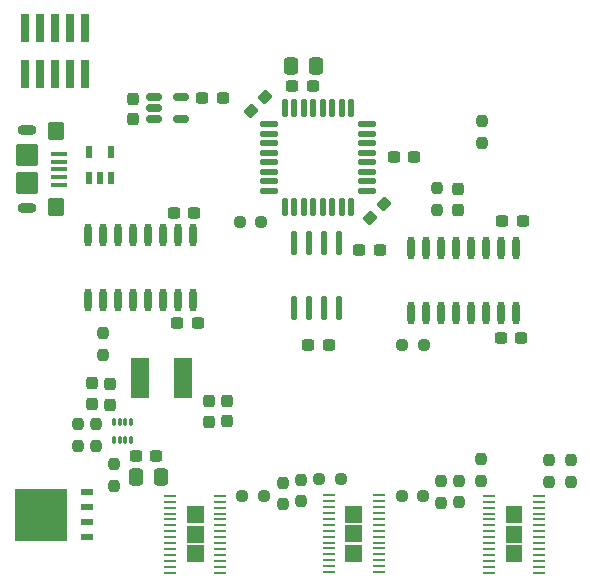
<source format=gbr>
%TF.GenerationSoftware,KiCad,Pcbnew,9.0.6*%
%TF.CreationDate,2025-11-11T12:39:31+02:00*%
%TF.ProjectId,picr_1_9tdi,70696372-5f31-45f3-9974-64692e6b6963,1*%
%TF.SameCoordinates,Original*%
%TF.FileFunction,Paste,Top*%
%TF.FilePolarity,Positive*%
%FSLAX46Y46*%
G04 Gerber Fmt 4.6, Leading zero omitted, Abs format (unit mm)*
G04 Created by KiCad (PCBNEW 9.0.6) date 2025-11-11 12:39:31*
%MOMM*%
%LPD*%
G01*
G04 APERTURE LIST*
G04 Aperture macros list*
%AMRoundRect*
0 Rectangle with rounded corners*
0 $1 Rounding radius*
0 $2 $3 $4 $5 $6 $7 $8 $9 X,Y pos of 4 corners*
0 Add a 4 corners polygon primitive as box body*
4,1,4,$2,$3,$4,$5,$6,$7,$8,$9,$2,$3,0*
0 Add four circle primitives for the rounded corners*
1,1,$1+$1,$2,$3*
1,1,$1+$1,$4,$5*
1,1,$1+$1,$6,$7*
1,1,$1+$1,$8,$9*
0 Add four rect primitives between the rounded corners*
20,1,$1+$1,$2,$3,$4,$5,0*
20,1,$1+$1,$4,$5,$6,$7,0*
20,1,$1+$1,$6,$7,$8,$9,0*
20,1,$1+$1,$8,$9,$2,$3,0*%
G04 Aperture macros list end*
%ADD10C,0.000000*%
%ADD11RoundRect,0.237500X0.250000X0.237500X-0.250000X0.237500X-0.250000X-0.237500X0.250000X-0.237500X0*%
%ADD12O,0.602000X1.971000*%
%ADD13RoundRect,0.237500X-0.237500X0.250000X-0.237500X-0.250000X0.237500X-0.250000X0.237500X0.250000X0*%
%ADD14RoundRect,0.237500X0.044194X0.380070X-0.380070X-0.044194X-0.044194X-0.380070X0.380070X0.044194X0*%
%ADD15R,1.117600X0.228600*%
%ADD16RoundRect,0.237500X0.300000X0.237500X-0.300000X0.237500X-0.300000X-0.237500X0.300000X-0.237500X0*%
%ADD17RoundRect,0.237500X0.237500X-0.250000X0.237500X0.250000X-0.237500X0.250000X-0.237500X-0.250000X0*%
%ADD18R,1.000000X0.595000*%
%ADD19R,4.500000X4.500000*%
%ADD20RoundRect,0.050000X0.100000X-0.285000X0.100000X0.285000X-0.100000X0.285000X-0.100000X-0.285000X0*%
%ADD21RoundRect,0.237500X-0.300000X-0.237500X0.300000X-0.237500X0.300000X0.237500X-0.300000X0.237500X0*%
%ADD22RoundRect,0.237500X-0.250000X-0.237500X0.250000X-0.237500X0.250000X0.237500X-0.250000X0.237500X0*%
%ADD23RoundRect,0.237500X-0.237500X0.300000X-0.237500X-0.300000X0.237500X-0.300000X0.237500X0.300000X0*%
%ADD24R,1.500000X3.500000*%
%ADD25RoundRect,0.237500X-0.044194X-0.380070X0.380070X0.044194X0.044194X0.380070X-0.380070X-0.044194X0*%
%ADD26RoundRect,0.250000X-0.337500X-0.475000X0.337500X-0.475000X0.337500X0.475000X-0.337500X0.475000X0*%
%ADD27RoundRect,0.125000X0.625000X0.125000X-0.625000X0.125000X-0.625000X-0.125000X0.625000X-0.125000X0*%
%ADD28RoundRect,0.125000X0.125000X0.625000X-0.125000X0.625000X-0.125000X-0.625000X0.125000X-0.625000X0*%
%ADD29RoundRect,0.100000X-0.575000X0.100000X-0.575000X-0.100000X0.575000X-0.100000X0.575000X0.100000X0*%
%ADD30O,1.600000X0.900000*%
%ADD31RoundRect,0.250000X-0.450000X0.550000X-0.450000X-0.550000X0.450000X-0.550000X0.450000X0.550000X0*%
%ADD32RoundRect,0.250000X-0.700000X0.700000X-0.700000X-0.700000X0.700000X-0.700000X0.700000X0.700000X0*%
%ADD33R,0.760000X2.400000*%
%ADD34RoundRect,0.150000X-0.512500X-0.150000X0.512500X-0.150000X0.512500X0.150000X-0.512500X0.150000X0*%
%ADD35O,0.588000X2.045000*%
%ADD36RoundRect,0.237500X0.237500X-0.300000X0.237500X0.300000X-0.237500X0.300000X-0.237500X-0.300000X0*%
%ADD37RoundRect,0.237500X-0.237500X0.287500X-0.237500X-0.287500X0.237500X-0.287500X0.237500X0.287500X0*%
%ADD38R,0.600000X1.000000*%
G04 APERTURE END LIST*
D10*
%TO.C,U1*%
G36*
X84412800Y-110978734D02*
G01*
X82987200Y-110978734D01*
X82987200Y-109536200D01*
X84412800Y-109536200D01*
X84412800Y-110978734D01*
G37*
G36*
X84412800Y-112621267D02*
G01*
X82987200Y-112621267D01*
X82987200Y-111178733D01*
X84412800Y-111178733D01*
X84412800Y-112621267D01*
G37*
G36*
X84412800Y-114263800D02*
G01*
X82987200Y-114263800D01*
X82987200Y-112821266D01*
X84412800Y-112821266D01*
X84412800Y-114263800D01*
G37*
%TO.C,U6*%
G36*
X111412800Y-110978734D02*
G01*
X109987200Y-110978734D01*
X109987200Y-109536200D01*
X111412800Y-109536200D01*
X111412800Y-110978734D01*
G37*
G36*
X111412800Y-112621267D02*
G01*
X109987200Y-112621267D01*
X109987200Y-111178733D01*
X111412800Y-111178733D01*
X111412800Y-112621267D01*
G37*
G36*
X111412800Y-114263800D02*
G01*
X109987200Y-114263800D01*
X109987200Y-112821266D01*
X111412800Y-112821266D01*
X111412800Y-114263800D01*
G37*
%TO.C,U4*%
G36*
X97841900Y-110927915D02*
G01*
X96416300Y-110927915D01*
X96416300Y-109485381D01*
X97841900Y-109485381D01*
X97841900Y-110927915D01*
G37*
G36*
X97841900Y-112570448D02*
G01*
X96416300Y-112570448D01*
X96416300Y-111127914D01*
X97841900Y-111127914D01*
X97841900Y-112570448D01*
G37*
G36*
X97841900Y-114212981D02*
G01*
X96416300Y-114212981D01*
X96416300Y-112770447D01*
X97841900Y-112770447D01*
X97841900Y-114212981D01*
G37*
%TD*%
D11*
%TO.C,R1*%
X89500000Y-108650000D03*
X87675000Y-108650000D03*
%TD*%
D12*
%TO.C,U13*%
X110890000Y-87700000D03*
X109620000Y-87700000D03*
X108350000Y-87700000D03*
X107080000Y-87700000D03*
X105810000Y-87700000D03*
X104540000Y-87700000D03*
X103270000Y-87700000D03*
X102000000Y-87700000D03*
X102000000Y-93171000D03*
X103270000Y-93171000D03*
X104540000Y-93171000D03*
X105810000Y-93171000D03*
X107080000Y-93171000D03*
X108350000Y-93171000D03*
X109620000Y-93171000D03*
X110890000Y-93171000D03*
%TD*%
D13*
%TO.C,R14*%
X113700000Y-105625000D03*
X113700000Y-107450000D03*
%TD*%
D14*
%TO.C,C22*%
X99700000Y-83900000D03*
X98480240Y-85119760D03*
%TD*%
D15*
%TO.C,U1*%
X81579100Y-108649181D03*
X81579100Y-109149307D03*
X81579100Y-109649433D03*
X81579100Y-110149559D03*
X81579100Y-110649685D03*
X81579100Y-111149811D03*
X81579100Y-111649937D03*
X81579100Y-112150063D03*
X81579100Y-112650189D03*
X81579100Y-113150315D03*
X81579100Y-113650441D03*
X81579100Y-114150567D03*
X81579100Y-114650693D03*
X81579100Y-115150819D03*
X85820900Y-115150819D03*
X85820900Y-114650693D03*
X85820900Y-114150567D03*
X85820900Y-113650441D03*
X85820900Y-113150315D03*
X85820900Y-112650189D03*
X85820900Y-112150063D03*
X85820900Y-111649937D03*
X85820900Y-111149811D03*
X85820900Y-110649685D03*
X85820900Y-110149559D03*
X85820900Y-109649433D03*
X85820900Y-109149307D03*
X85820900Y-108649181D03*
%TD*%
D16*
%TO.C,C35*%
X111325000Y-95300000D03*
X109600000Y-95300000D03*
%TD*%
D17*
%TO.C,R19*%
X75900000Y-96700000D03*
X75900000Y-94875000D03*
%TD*%
D11*
%TO.C,R9*%
X103025000Y-108650000D03*
X101200000Y-108650000D03*
%TD*%
D18*
%TO.C,Q1*%
X74532000Y-112173000D03*
X74532000Y-110903000D03*
X74532000Y-109633000D03*
X74532000Y-108363000D03*
D19*
X70618000Y-110268000D03*
%TD*%
D20*
%TO.C,U3*%
X76800000Y-103880000D03*
X77300000Y-103880000D03*
X77800000Y-103880000D03*
X78300000Y-103880000D03*
X78300000Y-102400000D03*
X77800000Y-102400000D03*
X77300000Y-102400000D03*
X76800000Y-102400000D03*
%TD*%
D21*
%TO.C,C36*%
X97600000Y-87800000D03*
X99325000Y-87800000D03*
%TD*%
D22*
%TO.C,R10*%
X94187500Y-107200000D03*
X96012500Y-107200000D03*
%TD*%
D16*
%TO.C,C33*%
X83600000Y-84700000D03*
X81875000Y-84700000D03*
%TD*%
D15*
%TO.C,U6*%
X108579100Y-108649181D03*
X108579100Y-109149307D03*
X108579100Y-109649433D03*
X108579100Y-110149559D03*
X108579100Y-110649685D03*
X108579100Y-111149811D03*
X108579100Y-111649937D03*
X108579100Y-112150063D03*
X108579100Y-112650189D03*
X108579100Y-113150315D03*
X108579100Y-113650441D03*
X108579100Y-114150567D03*
X108579100Y-114650693D03*
X108579100Y-115150819D03*
X112820900Y-115150819D03*
X112820900Y-114650693D03*
X112820900Y-114150567D03*
X112820900Y-113650441D03*
X112820900Y-113150315D03*
X112820900Y-112650189D03*
X112820900Y-112150063D03*
X112820900Y-111649937D03*
X112820900Y-111149811D03*
X112820900Y-110649685D03*
X112820900Y-110149559D03*
X112820900Y-109649433D03*
X112820900Y-109149307D03*
X112820900Y-108649181D03*
%TD*%
D23*
%TO.C,C16*%
X78400000Y-75025000D03*
X78400000Y-76750000D03*
%TD*%
D24*
%TO.C,L1*%
X79000000Y-98700000D03*
X82700000Y-98700000D03*
%TD*%
D25*
%TO.C,C24*%
X88425000Y-76075000D03*
X89644760Y-74855240D03*
%TD*%
D17*
%TO.C,R16*%
X107900000Y-107350000D03*
X107900000Y-105525000D03*
%TD*%
D22*
%TO.C,R15*%
X87475000Y-85425000D03*
X89300000Y-85425000D03*
%TD*%
D16*
%TO.C,C37*%
X94995000Y-95850000D03*
X93269998Y-95850000D03*
%TD*%
D13*
%TO.C,R4*%
X76800000Y-105975000D03*
X76800000Y-107800000D03*
%TD*%
D17*
%TO.C,R11*%
X92700000Y-109100000D03*
X92700000Y-107275000D03*
%TD*%
D15*
%TO.C,U4*%
X95008200Y-108598362D03*
X95008200Y-109098488D03*
X95008200Y-109598614D03*
X95008200Y-110098740D03*
X95008200Y-110598866D03*
X95008200Y-111098992D03*
X95008200Y-111599118D03*
X95008200Y-112099244D03*
X95008200Y-112599370D03*
X95008200Y-113099496D03*
X95008200Y-113599622D03*
X95008200Y-114099748D03*
X95008200Y-114599874D03*
X95008200Y-115100000D03*
X99250000Y-115100000D03*
X99250000Y-114599874D03*
X99250000Y-114099748D03*
X99250000Y-113599622D03*
X99250000Y-113099496D03*
X99250000Y-112599370D03*
X99250000Y-112099244D03*
X99250000Y-111599118D03*
X99250000Y-111098992D03*
X99250000Y-110598866D03*
X99250000Y-110098740D03*
X99250000Y-109598614D03*
X99250000Y-109098488D03*
X99250000Y-108598362D03*
%TD*%
D13*
%TO.C,R8*%
X73800000Y-102587500D03*
X73800000Y-104412500D03*
%TD*%
D26*
%TO.C,C21*%
X91850000Y-72225000D03*
X93925000Y-72225000D03*
%TD*%
D27*
%TO.C,U7*%
X98275000Y-82800000D03*
X98275000Y-82000000D03*
X98275000Y-81200000D03*
X98275000Y-80400000D03*
X98275000Y-79600000D03*
X98275000Y-78800000D03*
X98275000Y-78000000D03*
X98275000Y-77200000D03*
D28*
X96900000Y-75825000D03*
X96100000Y-75825000D03*
X95300000Y-75825000D03*
X94500000Y-75825000D03*
X93700000Y-75825000D03*
X92900000Y-75825000D03*
X92100000Y-75825000D03*
X91300000Y-75825000D03*
D27*
X89925000Y-77200000D03*
X89925000Y-78000000D03*
X89925000Y-78800000D03*
X89925000Y-79600000D03*
X89925000Y-80400000D03*
X89925000Y-81200000D03*
X89925000Y-82000000D03*
X89925000Y-82800000D03*
D28*
X91300000Y-84175000D03*
X92100000Y-84175000D03*
X92900000Y-84175000D03*
X93700000Y-84175000D03*
X94500000Y-84175000D03*
X95300000Y-84175000D03*
X96100000Y-84175000D03*
X96900000Y-84175000D03*
%TD*%
D29*
%TO.C,J1*%
X72175000Y-79700000D03*
X72175000Y-80350000D03*
X72175000Y-81000000D03*
X72175000Y-81650000D03*
X72175000Y-82300000D03*
D30*
X69500000Y-77700000D03*
D31*
X71950000Y-77800000D03*
D32*
X69500000Y-79800000D03*
X69500000Y-82200000D03*
D31*
X71950000Y-84200000D03*
D30*
X69500000Y-84300000D03*
%TD*%
D16*
%TO.C,C34*%
X83925000Y-94000000D03*
X82200000Y-94000000D03*
%TD*%
D33*
%TO.C,U8*%
X74340000Y-69050000D03*
X74340000Y-72950000D03*
X73070000Y-69050000D03*
X73070000Y-72950000D03*
X71800000Y-69050000D03*
X71800000Y-72950000D03*
X70530000Y-69050000D03*
X70530000Y-72950000D03*
X69260000Y-69050000D03*
X69260000Y-72950000D03*
%TD*%
D34*
%TO.C,U5*%
X80200000Y-74850000D03*
X80200000Y-75800000D03*
X80200000Y-76750000D03*
X82475000Y-76750000D03*
X82475000Y-74850000D03*
%TD*%
D21*
%TO.C,C25*%
X100500000Y-80000000D03*
X102225000Y-80000000D03*
%TD*%
D13*
%TO.C,R12*%
X104200000Y-82625000D03*
X104200000Y-84450000D03*
%TD*%
D17*
%TO.C,R5*%
X91100000Y-109350000D03*
X91100000Y-107525000D03*
%TD*%
D35*
%TO.C,U14*%
X95900000Y-87200000D03*
X94630000Y-87200000D03*
X93360000Y-87200000D03*
X92090000Y-87200000D03*
X92090000Y-92745000D03*
X93360000Y-92745000D03*
X94630000Y-92745000D03*
X95900000Y-92745000D03*
%TD*%
D12*
%TO.C,U12*%
X83550000Y-86600000D03*
X82280000Y-86600000D03*
X81010000Y-86600000D03*
X79740000Y-86600000D03*
X78470000Y-86600000D03*
X77200000Y-86600000D03*
X75930000Y-86600000D03*
X74660000Y-86600000D03*
X74660000Y-92071000D03*
X75930000Y-92071000D03*
X77200000Y-92071000D03*
X78470000Y-92071000D03*
X79740000Y-92071000D03*
X81010000Y-92071000D03*
X82280000Y-92071000D03*
X83550000Y-92071000D03*
%TD*%
D23*
%TO.C,C12*%
X86400000Y-100625000D03*
X86400000Y-102350000D03*
%TD*%
D17*
%TO.C,R18*%
X115500000Y-107450000D03*
X115500000Y-105625000D03*
%TD*%
D26*
%TO.C,C5*%
X78700000Y-107050000D03*
X80775000Y-107050000D03*
%TD*%
D21*
%TO.C,C6*%
X78675000Y-105250000D03*
X80400000Y-105250000D03*
%TD*%
D36*
%TO.C,C10*%
X76500000Y-100925000D03*
X76500000Y-99200000D03*
%TD*%
D17*
%TO.C,R13*%
X104500000Y-109250000D03*
X104500000Y-107425000D03*
%TD*%
D16*
%TO.C,C32*%
X111425000Y-85400000D03*
X109700000Y-85400000D03*
%TD*%
D22*
%TO.C,R20*%
X101250000Y-95850000D03*
X103075000Y-95850000D03*
%TD*%
D21*
%TO.C,C27*%
X91924998Y-73975000D03*
X93650000Y-73975000D03*
%TD*%
D17*
%TO.C,R7*%
X75300000Y-104412500D03*
X75300000Y-102587500D03*
%TD*%
%TO.C,R17*%
X106050000Y-109200000D03*
X106050000Y-107375000D03*
%TD*%
D36*
%TO.C,C8*%
X75000000Y-100850000D03*
X75000000Y-99125000D03*
%TD*%
D37*
%TO.C,D1*%
X105975000Y-82675000D03*
X105975000Y-84425000D03*
%TD*%
D21*
%TO.C,C18*%
X84300000Y-75000000D03*
X86025000Y-75000000D03*
%TD*%
D23*
%TO.C,C11*%
X84900000Y-100650000D03*
X84900000Y-102375000D03*
%TD*%
D38*
%TO.C,U2*%
X74675000Y-81775000D03*
X75625000Y-81775000D03*
X76575000Y-81775000D03*
X76575000Y-79575000D03*
X74675000Y-79575000D03*
%TD*%
D13*
%TO.C,R6*%
X108000000Y-76950000D03*
X108000000Y-78775000D03*
%TD*%
M02*

</source>
